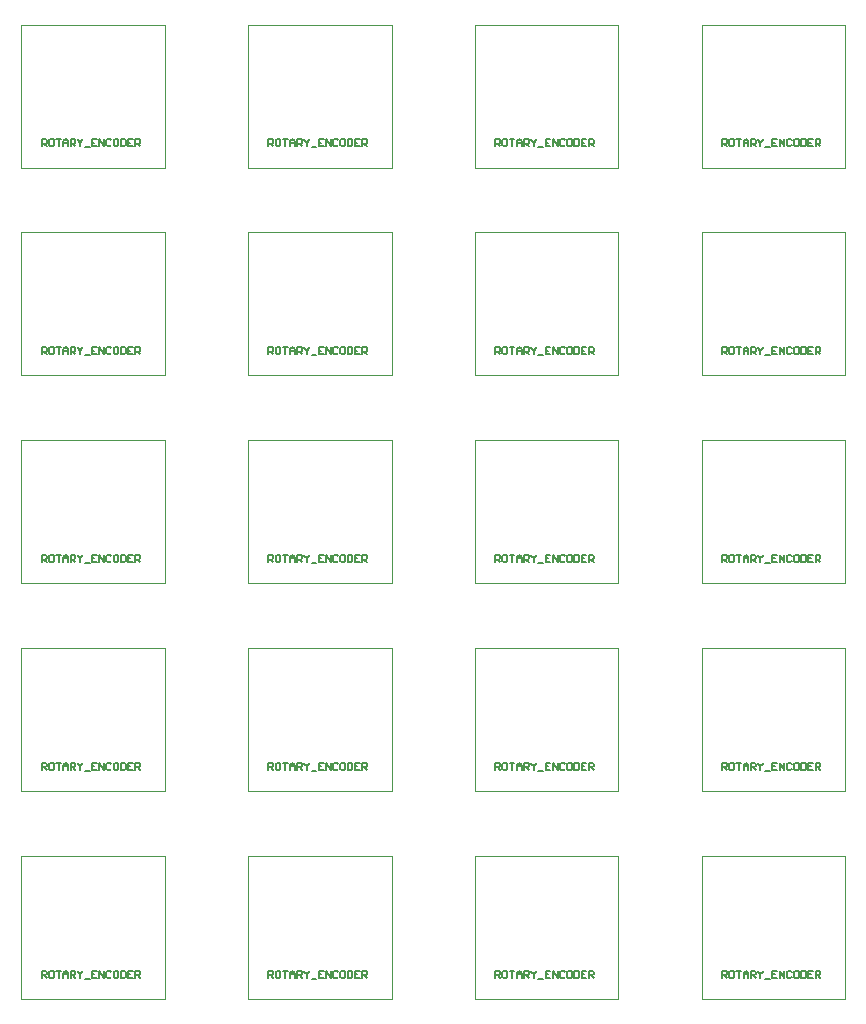
<source format=gbr>
%TF.GenerationSoftware,Altium Limited,Altium Designer,20.1.8 (145)*%
G04 Layer_Color=65535*
%FSLAX45Y45*%
%MOMM*%
%TF.SameCoordinates,0AB19B83-9B04-4470-A1CB-4E81E99A1085*%
%TF.FilePolarity,Positive*%
%TF.FileFunction,Legend,Top*%
%TF.Part,CustomerPanel*%
G01*
G75*
%TA.AperFunction,NonConductor*%
%ADD33C,0.10160*%
%ADD36C,0.12700*%
D33*
X1248360Y895500D02*
Y2105500D01*
X2463750D01*
X1248360Y895500D02*
X2463750D01*
Y2105500D01*
X3168360Y895500D02*
Y2105500D01*
X4383750D01*
X3168360Y895500D02*
X4383750D01*
Y2105500D01*
X5088360Y895500D02*
Y2105500D01*
X6303750D01*
X5088360Y895500D02*
X6303750D01*
Y2105500D01*
X7008360Y895500D02*
Y2105500D01*
X8223750D01*
X7008360Y895500D02*
X8223750D01*
Y2105500D01*
X1248360Y2655500D02*
Y3865500D01*
X2463750D01*
X1248360Y2655500D02*
X2463750D01*
Y3865500D01*
X3168360Y2655500D02*
Y3865500D01*
X4383750D01*
X3168360Y2655500D02*
X4383750D01*
Y3865500D01*
X5088360Y2655500D02*
Y3865500D01*
X6303750D01*
X5088360Y2655500D02*
X6303750D01*
Y3865500D01*
X7008360Y2655500D02*
Y3865500D01*
X8223750D01*
X7008360Y2655500D02*
X8223750D01*
Y3865500D01*
X1248360Y4415500D02*
Y5625500D01*
X2463750D01*
X1248360Y4415500D02*
X2463750D01*
Y5625500D01*
X3168360Y4415500D02*
Y5625500D01*
X4383750D01*
X3168360Y4415500D02*
X4383750D01*
Y5625500D01*
X5088360Y4415500D02*
Y5625500D01*
X6303750D01*
X5088360Y4415500D02*
X6303750D01*
Y5625500D01*
X7008360Y4415500D02*
Y5625500D01*
X8223750D01*
X7008360Y4415500D02*
X8223750D01*
Y5625500D01*
X1248360Y6175500D02*
Y7385500D01*
X2463750D01*
X1248360Y6175500D02*
X2463750D01*
Y7385500D01*
X3168360Y6175500D02*
Y7385500D01*
X4383750D01*
X3168360Y6175500D02*
X4383750D01*
Y7385500D01*
X5088360Y6175500D02*
Y7385500D01*
X6303750D01*
X5088360Y6175500D02*
X6303750D01*
Y7385500D01*
X7008360Y6175500D02*
Y7385500D01*
X8223750D01*
X7008360Y6175500D02*
X8223750D01*
Y7385500D01*
X1248360Y7935500D02*
Y9145500D01*
X2463750D01*
X1248360Y7935500D02*
X2463750D01*
Y9145500D01*
X3168360Y7935500D02*
Y9145500D01*
X4383750D01*
X3168360Y7935500D02*
X4383750D01*
Y9145500D01*
X5088360Y7935500D02*
Y9145500D01*
X6303750D01*
X5088360Y7935500D02*
X6303750D01*
Y9145500D01*
X7008360Y7935500D02*
Y9145500D01*
X8223750D01*
X7008360Y7935500D02*
X8223750D01*
Y9145500D01*
D36*
X1421718Y1075651D02*
Y1136591D01*
X1452188D01*
X1462345Y1126435D01*
Y1106121D01*
X1452188Y1095965D01*
X1421718D01*
X1442031D02*
X1462345Y1075651D01*
X1513128Y1136591D02*
X1492815D01*
X1482658Y1126435D01*
Y1085808D01*
X1492815Y1075651D01*
X1513128D01*
X1523285Y1085808D01*
Y1126435D01*
X1513128Y1136591D01*
X1543598D02*
X1584225D01*
X1563912D01*
Y1075651D01*
X1604539D02*
Y1116278D01*
X1624852Y1136591D01*
X1645165Y1116278D01*
Y1075651D01*
Y1106121D01*
X1604539D01*
X1665479Y1075651D02*
Y1136591D01*
X1695949D01*
X1706106Y1126435D01*
Y1106121D01*
X1695949Y1095965D01*
X1665479D01*
X1685792D02*
X1706106Y1075651D01*
X1726419Y1136591D02*
Y1126435D01*
X1746732Y1106121D01*
X1767046Y1126435D01*
Y1136591D01*
X1746732Y1106121D02*
Y1075651D01*
X1787359Y1065494D02*
X1827986D01*
X1888926Y1136591D02*
X1848299D01*
Y1075651D01*
X1888926D01*
X1848299Y1106121D02*
X1868613D01*
X1909240Y1075651D02*
Y1136591D01*
X1949866Y1075651D01*
Y1136591D01*
X2010806Y1126435D02*
X2000650Y1136591D01*
X1980336D01*
X1970180Y1126435D01*
Y1085808D01*
X1980336Y1075651D01*
X2000650D01*
X2010806Y1085808D01*
X2061590Y1136591D02*
X2041277D01*
X2031120Y1126435D01*
Y1085808D01*
X2041277Y1075651D01*
X2061590D01*
X2071747Y1085808D01*
Y1126435D01*
X2061590Y1136591D01*
X2092060D02*
Y1075651D01*
X2122530D01*
X2132687Y1085808D01*
Y1126435D01*
X2122530Y1136591D01*
X2092060D01*
X2193627D02*
X2153000D01*
Y1075651D01*
X2193627D01*
X2153000Y1106121D02*
X2173314D01*
X2213940Y1075651D02*
Y1136591D01*
X2244411D01*
X2254567Y1126435D01*
Y1106121D01*
X2244411Y1095965D01*
X2213940D01*
X2234254D02*
X2254567Y1075651D01*
X3341718D02*
Y1136591D01*
X3372188D01*
X3382345Y1126435D01*
Y1106121D01*
X3372188Y1095965D01*
X3341718D01*
X3362031D02*
X3382345Y1075651D01*
X3433128Y1136591D02*
X3412815D01*
X3402658Y1126435D01*
Y1085808D01*
X3412815Y1075651D01*
X3433128D01*
X3443285Y1085808D01*
Y1126435D01*
X3433128Y1136591D01*
X3463598D02*
X3504225D01*
X3483912D01*
Y1075651D01*
X3524539D02*
Y1116278D01*
X3544852Y1136591D01*
X3565165Y1116278D01*
Y1075651D01*
Y1106121D01*
X3524539D01*
X3585479Y1075651D02*
Y1136591D01*
X3615949D01*
X3626106Y1126435D01*
Y1106121D01*
X3615949Y1095965D01*
X3585479D01*
X3605792D02*
X3626106Y1075651D01*
X3646419Y1136591D02*
Y1126435D01*
X3666732Y1106121D01*
X3687046Y1126435D01*
Y1136591D01*
X3666732Y1106121D02*
Y1075651D01*
X3707359Y1065494D02*
X3747986D01*
X3808926Y1136591D02*
X3768299D01*
Y1075651D01*
X3808926D01*
X3768299Y1106121D02*
X3788613D01*
X3829239Y1075651D02*
Y1136591D01*
X3869866Y1075651D01*
Y1136591D01*
X3930806Y1126435D02*
X3920650Y1136591D01*
X3900336D01*
X3890180Y1126435D01*
Y1085808D01*
X3900336Y1075651D01*
X3920650D01*
X3930806Y1085808D01*
X3981590Y1136591D02*
X3961277D01*
X3951120Y1126435D01*
Y1085808D01*
X3961277Y1075651D01*
X3981590D01*
X3991747Y1085808D01*
Y1126435D01*
X3981590Y1136591D01*
X4012060D02*
Y1075651D01*
X4042530D01*
X4052687Y1085808D01*
Y1126435D01*
X4042530Y1136591D01*
X4012060D01*
X4113627D02*
X4073000D01*
Y1075651D01*
X4113627D01*
X4073000Y1106121D02*
X4093314D01*
X4133940Y1075651D02*
Y1136591D01*
X4164411D01*
X4174567Y1126435D01*
Y1106121D01*
X4164411Y1095965D01*
X4133940D01*
X4154254D02*
X4174567Y1075651D01*
X5261718D02*
Y1136591D01*
X5292188D01*
X5302345Y1126435D01*
Y1106121D01*
X5292188Y1095965D01*
X5261718D01*
X5282031D02*
X5302345Y1075651D01*
X5353128Y1136591D02*
X5332815D01*
X5322658Y1126435D01*
Y1085808D01*
X5332815Y1075651D01*
X5353128D01*
X5363285Y1085808D01*
Y1126435D01*
X5353128Y1136591D01*
X5383598D02*
X5424225D01*
X5403912D01*
Y1075651D01*
X5444539D02*
Y1116278D01*
X5464852Y1136591D01*
X5485165Y1116278D01*
Y1075651D01*
Y1106121D01*
X5444539D01*
X5505479Y1075651D02*
Y1136591D01*
X5535949D01*
X5546105Y1126435D01*
Y1106121D01*
X5535949Y1095965D01*
X5505479D01*
X5525792D02*
X5546105Y1075651D01*
X5566419Y1136591D02*
Y1126435D01*
X5586732Y1106121D01*
X5607046Y1126435D01*
Y1136591D01*
X5586732Y1106121D02*
Y1075651D01*
X5627359Y1065494D02*
X5667986D01*
X5728926Y1136591D02*
X5688299D01*
Y1075651D01*
X5728926D01*
X5688299Y1106121D02*
X5708613D01*
X5749239Y1075651D02*
Y1136591D01*
X5789866Y1075651D01*
Y1136591D01*
X5850806Y1126435D02*
X5840650Y1136591D01*
X5820336D01*
X5810180Y1126435D01*
Y1085808D01*
X5820336Y1075651D01*
X5840650D01*
X5850806Y1085808D01*
X5901590Y1136591D02*
X5881277D01*
X5871120Y1126435D01*
Y1085808D01*
X5881277Y1075651D01*
X5901590D01*
X5911747Y1085808D01*
Y1126435D01*
X5901590Y1136591D01*
X5932060D02*
Y1075651D01*
X5962530D01*
X5972687Y1085808D01*
Y1126435D01*
X5962530Y1136591D01*
X5932060D01*
X6033627D02*
X5993000D01*
Y1075651D01*
X6033627D01*
X5993000Y1106121D02*
X6013314D01*
X6053940Y1075651D02*
Y1136591D01*
X6084410D01*
X6094567Y1126435D01*
Y1106121D01*
X6084410Y1095965D01*
X6053940D01*
X6074254D02*
X6094567Y1075651D01*
X7181718D02*
Y1136591D01*
X7212188D01*
X7222345Y1126435D01*
Y1106121D01*
X7212188Y1095965D01*
X7181718D01*
X7202031D02*
X7222345Y1075651D01*
X7273128Y1136591D02*
X7252815D01*
X7242658Y1126435D01*
Y1085808D01*
X7252815Y1075651D01*
X7273128D01*
X7283285Y1085808D01*
Y1126435D01*
X7273128Y1136591D01*
X7303598D02*
X7344225D01*
X7323912D01*
Y1075651D01*
X7364538D02*
Y1116278D01*
X7384852Y1136591D01*
X7405165Y1116278D01*
Y1075651D01*
Y1106121D01*
X7364538D01*
X7425479Y1075651D02*
Y1136591D01*
X7455949D01*
X7466105Y1126435D01*
Y1106121D01*
X7455949Y1095965D01*
X7425479D01*
X7445792D02*
X7466105Y1075651D01*
X7486419Y1136591D02*
Y1126435D01*
X7506732Y1106121D01*
X7527046Y1126435D01*
Y1136591D01*
X7506732Y1106121D02*
Y1075651D01*
X7547359Y1065494D02*
X7587986D01*
X7648926Y1136591D02*
X7608299D01*
Y1075651D01*
X7648926D01*
X7608299Y1106121D02*
X7628613D01*
X7669239Y1075651D02*
Y1136591D01*
X7709866Y1075651D01*
Y1136591D01*
X7770806Y1126435D02*
X7760650Y1136591D01*
X7740336D01*
X7730180Y1126435D01*
Y1085808D01*
X7740336Y1075651D01*
X7760650D01*
X7770806Y1085808D01*
X7821590Y1136591D02*
X7801276D01*
X7791120Y1126435D01*
Y1085808D01*
X7801276Y1075651D01*
X7821590D01*
X7831747Y1085808D01*
Y1126435D01*
X7821590Y1136591D01*
X7852060D02*
Y1075651D01*
X7882530D01*
X7892687Y1085808D01*
Y1126435D01*
X7882530Y1136591D01*
X7852060D01*
X7953627D02*
X7913000D01*
Y1075651D01*
X7953627D01*
X7913000Y1106121D02*
X7933314D01*
X7973940Y1075651D02*
Y1136591D01*
X8004410D01*
X8014567Y1126435D01*
Y1106121D01*
X8004410Y1095965D01*
X7973940D01*
X7994254D02*
X8014567Y1075651D01*
X1421718Y2835651D02*
Y2896591D01*
X1452188D01*
X1462345Y2886435D01*
Y2866121D01*
X1452188Y2855965D01*
X1421718D01*
X1442031D02*
X1462345Y2835651D01*
X1513128Y2896591D02*
X1492815D01*
X1482658Y2886435D01*
Y2845808D01*
X1492815Y2835651D01*
X1513128D01*
X1523285Y2845808D01*
Y2886435D01*
X1513128Y2896591D01*
X1543598D02*
X1584225D01*
X1563912D01*
Y2835651D01*
X1604539D02*
Y2876278D01*
X1624852Y2896591D01*
X1645165Y2876278D01*
Y2835651D01*
Y2866121D01*
X1604539D01*
X1665479Y2835651D02*
Y2896591D01*
X1695949D01*
X1706106Y2886435D01*
Y2866121D01*
X1695949Y2855965D01*
X1665479D01*
X1685792D02*
X1706106Y2835651D01*
X1726419Y2896591D02*
Y2886435D01*
X1746732Y2866121D01*
X1767046Y2886435D01*
Y2896591D01*
X1746732Y2866121D02*
Y2835651D01*
X1787359Y2825494D02*
X1827986D01*
X1888926Y2896591D02*
X1848299D01*
Y2835651D01*
X1888926D01*
X1848299Y2866121D02*
X1868613D01*
X1909240Y2835651D02*
Y2896591D01*
X1949866Y2835651D01*
Y2896591D01*
X2010806Y2886435D02*
X2000650Y2896591D01*
X1980336D01*
X1970180Y2886435D01*
Y2845808D01*
X1980336Y2835651D01*
X2000650D01*
X2010806Y2845808D01*
X2061590Y2896591D02*
X2041277D01*
X2031120Y2886435D01*
Y2845808D01*
X2041277Y2835651D01*
X2061590D01*
X2071747Y2845808D01*
Y2886435D01*
X2061590Y2896591D01*
X2092060D02*
Y2835651D01*
X2122530D01*
X2132687Y2845808D01*
Y2886435D01*
X2122530Y2896591D01*
X2092060D01*
X2193627D02*
X2153000D01*
Y2835651D01*
X2193627D01*
X2153000Y2866121D02*
X2173314D01*
X2213940Y2835651D02*
Y2896591D01*
X2244411D01*
X2254567Y2886435D01*
Y2866121D01*
X2244411Y2855965D01*
X2213940D01*
X2234254D02*
X2254567Y2835651D01*
X3341718D02*
Y2896591D01*
X3372188D01*
X3382345Y2886435D01*
Y2866121D01*
X3372188Y2855965D01*
X3341718D01*
X3362031D02*
X3382345Y2835651D01*
X3433128Y2896591D02*
X3412815D01*
X3402658Y2886435D01*
Y2845808D01*
X3412815Y2835651D01*
X3433128D01*
X3443285Y2845808D01*
Y2886435D01*
X3433128Y2896591D01*
X3463598D02*
X3504225D01*
X3483912D01*
Y2835651D01*
X3524539D02*
Y2876278D01*
X3544852Y2896591D01*
X3565165Y2876278D01*
Y2835651D01*
Y2866121D01*
X3524539D01*
X3585479Y2835651D02*
Y2896591D01*
X3615949D01*
X3626106Y2886435D01*
Y2866121D01*
X3615949Y2855965D01*
X3585479D01*
X3605792D02*
X3626106Y2835651D01*
X3646419Y2896591D02*
Y2886435D01*
X3666732Y2866121D01*
X3687046Y2886435D01*
Y2896591D01*
X3666732Y2866121D02*
Y2835651D01*
X3707359Y2825494D02*
X3747986D01*
X3808926Y2896591D02*
X3768299D01*
Y2835651D01*
X3808926D01*
X3768299Y2866121D02*
X3788613D01*
X3829239Y2835651D02*
Y2896591D01*
X3869866Y2835651D01*
Y2896591D01*
X3930806Y2886435D02*
X3920650Y2896591D01*
X3900336D01*
X3890180Y2886435D01*
Y2845808D01*
X3900336Y2835651D01*
X3920650D01*
X3930806Y2845808D01*
X3981590Y2896591D02*
X3961277D01*
X3951120Y2886435D01*
Y2845808D01*
X3961277Y2835651D01*
X3981590D01*
X3991747Y2845808D01*
Y2886435D01*
X3981590Y2896591D01*
X4012060D02*
Y2835651D01*
X4042530D01*
X4052687Y2845808D01*
Y2886435D01*
X4042530Y2896591D01*
X4012060D01*
X4113627D02*
X4073000D01*
Y2835651D01*
X4113627D01*
X4073000Y2866121D02*
X4093314D01*
X4133940Y2835651D02*
Y2896591D01*
X4164411D01*
X4174567Y2886435D01*
Y2866121D01*
X4164411Y2855965D01*
X4133940D01*
X4154254D02*
X4174567Y2835651D01*
X5261718D02*
Y2896591D01*
X5292188D01*
X5302345Y2886435D01*
Y2866121D01*
X5292188Y2855965D01*
X5261718D01*
X5282031D02*
X5302345Y2835651D01*
X5353128Y2896591D02*
X5332815D01*
X5322658Y2886435D01*
Y2845808D01*
X5332815Y2835651D01*
X5353128D01*
X5363285Y2845808D01*
Y2886435D01*
X5353128Y2896591D01*
X5383598D02*
X5424225D01*
X5403912D01*
Y2835651D01*
X5444539D02*
Y2876278D01*
X5464852Y2896591D01*
X5485165Y2876278D01*
Y2835651D01*
Y2866121D01*
X5444539D01*
X5505479Y2835651D02*
Y2896591D01*
X5535949D01*
X5546105Y2886435D01*
Y2866121D01*
X5535949Y2855965D01*
X5505479D01*
X5525792D02*
X5546105Y2835651D01*
X5566419Y2896591D02*
Y2886435D01*
X5586732Y2866121D01*
X5607046Y2886435D01*
Y2896591D01*
X5586732Y2866121D02*
Y2835651D01*
X5627359Y2825494D02*
X5667986D01*
X5728926Y2896591D02*
X5688299D01*
Y2835651D01*
X5728926D01*
X5688299Y2866121D02*
X5708613D01*
X5749239Y2835651D02*
Y2896591D01*
X5789866Y2835651D01*
Y2896591D01*
X5850806Y2886435D02*
X5840650Y2896591D01*
X5820336D01*
X5810180Y2886435D01*
Y2845808D01*
X5820336Y2835651D01*
X5840650D01*
X5850806Y2845808D01*
X5901590Y2896591D02*
X5881277D01*
X5871120Y2886435D01*
Y2845808D01*
X5881277Y2835651D01*
X5901590D01*
X5911747Y2845808D01*
Y2886435D01*
X5901590Y2896591D01*
X5932060D02*
Y2835651D01*
X5962530D01*
X5972687Y2845808D01*
Y2886435D01*
X5962530Y2896591D01*
X5932060D01*
X6033627D02*
X5993000D01*
Y2835651D01*
X6033627D01*
X5993000Y2866121D02*
X6013314D01*
X6053940Y2835651D02*
Y2896591D01*
X6084410D01*
X6094567Y2886435D01*
Y2866121D01*
X6084410Y2855965D01*
X6053940D01*
X6074254D02*
X6094567Y2835651D01*
X7181718D02*
Y2896591D01*
X7212188D01*
X7222345Y2886435D01*
Y2866121D01*
X7212188Y2855965D01*
X7181718D01*
X7202031D02*
X7222345Y2835651D01*
X7273128Y2896591D02*
X7252815D01*
X7242658Y2886435D01*
Y2845808D01*
X7252815Y2835651D01*
X7273128D01*
X7283285Y2845808D01*
Y2886435D01*
X7273128Y2896591D01*
X7303598D02*
X7344225D01*
X7323912D01*
Y2835651D01*
X7364538D02*
Y2876278D01*
X7384852Y2896591D01*
X7405165Y2876278D01*
Y2835651D01*
Y2866121D01*
X7364538D01*
X7425479Y2835651D02*
Y2896591D01*
X7455949D01*
X7466105Y2886435D01*
Y2866121D01*
X7455949Y2855965D01*
X7425479D01*
X7445792D02*
X7466105Y2835651D01*
X7486419Y2896591D02*
Y2886435D01*
X7506732Y2866121D01*
X7527046Y2886435D01*
Y2896591D01*
X7506732Y2866121D02*
Y2835651D01*
X7547359Y2825494D02*
X7587986D01*
X7648926Y2896591D02*
X7608299D01*
Y2835651D01*
X7648926D01*
X7608299Y2866121D02*
X7628613D01*
X7669239Y2835651D02*
Y2896591D01*
X7709866Y2835651D01*
Y2896591D01*
X7770806Y2886435D02*
X7760650Y2896591D01*
X7740336D01*
X7730180Y2886435D01*
Y2845808D01*
X7740336Y2835651D01*
X7760650D01*
X7770806Y2845808D01*
X7821590Y2896591D02*
X7801276D01*
X7791120Y2886435D01*
Y2845808D01*
X7801276Y2835651D01*
X7821590D01*
X7831747Y2845808D01*
Y2886435D01*
X7821590Y2896591D01*
X7852060D02*
Y2835651D01*
X7882530D01*
X7892687Y2845808D01*
Y2886435D01*
X7882530Y2896591D01*
X7852060D01*
X7953627D02*
X7913000D01*
Y2835651D01*
X7953627D01*
X7913000Y2866121D02*
X7933314D01*
X7973940Y2835651D02*
Y2896591D01*
X8004410D01*
X8014567Y2886435D01*
Y2866121D01*
X8004410Y2855965D01*
X7973940D01*
X7994254D02*
X8014567Y2835651D01*
X1421718Y4595651D02*
Y4656591D01*
X1452188D01*
X1462345Y4646435D01*
Y4626121D01*
X1452188Y4615965D01*
X1421718D01*
X1442031D02*
X1462345Y4595651D01*
X1513128Y4656591D02*
X1492815D01*
X1482658Y4646435D01*
Y4605808D01*
X1492815Y4595651D01*
X1513128D01*
X1523285Y4605808D01*
Y4646435D01*
X1513128Y4656591D01*
X1543598D02*
X1584225D01*
X1563912D01*
Y4595651D01*
X1604539D02*
Y4636278D01*
X1624852Y4656591D01*
X1645165Y4636278D01*
Y4595651D01*
Y4626121D01*
X1604539D01*
X1665479Y4595651D02*
Y4656591D01*
X1695949D01*
X1706106Y4646435D01*
Y4626121D01*
X1695949Y4615965D01*
X1665479D01*
X1685792D02*
X1706106Y4595651D01*
X1726419Y4656591D02*
Y4646435D01*
X1746732Y4626121D01*
X1767046Y4646435D01*
Y4656591D01*
X1746732Y4626121D02*
Y4595651D01*
X1787359Y4585495D02*
X1827986D01*
X1888926Y4656591D02*
X1848299D01*
Y4595651D01*
X1888926D01*
X1848299Y4626121D02*
X1868613D01*
X1909240Y4595651D02*
Y4656591D01*
X1949866Y4595651D01*
Y4656591D01*
X2010806Y4646435D02*
X2000650Y4656591D01*
X1980336D01*
X1970180Y4646435D01*
Y4605808D01*
X1980336Y4595651D01*
X2000650D01*
X2010806Y4605808D01*
X2061590Y4656591D02*
X2041277D01*
X2031120Y4646435D01*
Y4605808D01*
X2041277Y4595651D01*
X2061590D01*
X2071747Y4605808D01*
Y4646435D01*
X2061590Y4656591D01*
X2092060D02*
Y4595651D01*
X2122530D01*
X2132687Y4605808D01*
Y4646435D01*
X2122530Y4656591D01*
X2092060D01*
X2193627D02*
X2153000D01*
Y4595651D01*
X2193627D01*
X2153000Y4626121D02*
X2173314D01*
X2213940Y4595651D02*
Y4656591D01*
X2244411D01*
X2254567Y4646435D01*
Y4626121D01*
X2244411Y4615965D01*
X2213940D01*
X2234254D02*
X2254567Y4595651D01*
X3341718D02*
Y4656591D01*
X3372188D01*
X3382345Y4646435D01*
Y4626121D01*
X3372188Y4615965D01*
X3341718D01*
X3362031D02*
X3382345Y4595651D01*
X3433128Y4656591D02*
X3412815D01*
X3402658Y4646435D01*
Y4605808D01*
X3412815Y4595651D01*
X3433128D01*
X3443285Y4605808D01*
Y4646435D01*
X3433128Y4656591D01*
X3463598D02*
X3504225D01*
X3483912D01*
Y4595651D01*
X3524539D02*
Y4636278D01*
X3544852Y4656591D01*
X3565165Y4636278D01*
Y4595651D01*
Y4626121D01*
X3524539D01*
X3585479Y4595651D02*
Y4656591D01*
X3615949D01*
X3626106Y4646435D01*
Y4626121D01*
X3615949Y4615965D01*
X3585479D01*
X3605792D02*
X3626106Y4595651D01*
X3646419Y4656591D02*
Y4646435D01*
X3666732Y4626121D01*
X3687046Y4646435D01*
Y4656591D01*
X3666732Y4626121D02*
Y4595651D01*
X3707359Y4585495D02*
X3747986D01*
X3808926Y4656591D02*
X3768299D01*
Y4595651D01*
X3808926D01*
X3768299Y4626121D02*
X3788613D01*
X3829239Y4595651D02*
Y4656591D01*
X3869866Y4595651D01*
Y4656591D01*
X3930806Y4646435D02*
X3920650Y4656591D01*
X3900336D01*
X3890180Y4646435D01*
Y4605808D01*
X3900336Y4595651D01*
X3920650D01*
X3930806Y4605808D01*
X3981590Y4656591D02*
X3961277D01*
X3951120Y4646435D01*
Y4605808D01*
X3961277Y4595651D01*
X3981590D01*
X3991747Y4605808D01*
Y4646435D01*
X3981590Y4656591D01*
X4012060D02*
Y4595651D01*
X4042530D01*
X4052687Y4605808D01*
Y4646435D01*
X4042530Y4656591D01*
X4012060D01*
X4113627D02*
X4073000D01*
Y4595651D01*
X4113627D01*
X4073000Y4626121D02*
X4093314D01*
X4133940Y4595651D02*
Y4656591D01*
X4164411D01*
X4174567Y4646435D01*
Y4626121D01*
X4164411Y4615965D01*
X4133940D01*
X4154254D02*
X4174567Y4595651D01*
X5261718D02*
Y4656591D01*
X5292188D01*
X5302345Y4646435D01*
Y4626121D01*
X5292188Y4615965D01*
X5261718D01*
X5282031D02*
X5302345Y4595651D01*
X5353128Y4656591D02*
X5332815D01*
X5322658Y4646435D01*
Y4605808D01*
X5332815Y4595651D01*
X5353128D01*
X5363285Y4605808D01*
Y4646435D01*
X5353128Y4656591D01*
X5383598D02*
X5424225D01*
X5403912D01*
Y4595651D01*
X5444539D02*
Y4636278D01*
X5464852Y4656591D01*
X5485165Y4636278D01*
Y4595651D01*
Y4626121D01*
X5444539D01*
X5505479Y4595651D02*
Y4656591D01*
X5535949D01*
X5546105Y4646435D01*
Y4626121D01*
X5535949Y4615965D01*
X5505479D01*
X5525792D02*
X5546105Y4595651D01*
X5566419Y4656591D02*
Y4646435D01*
X5586732Y4626121D01*
X5607046Y4646435D01*
Y4656591D01*
X5586732Y4626121D02*
Y4595651D01*
X5627359Y4585495D02*
X5667986D01*
X5728926Y4656591D02*
X5688299D01*
Y4595651D01*
X5728926D01*
X5688299Y4626121D02*
X5708613D01*
X5749239Y4595651D02*
Y4656591D01*
X5789866Y4595651D01*
Y4656591D01*
X5850806Y4646435D02*
X5840650Y4656591D01*
X5820336D01*
X5810180Y4646435D01*
Y4605808D01*
X5820336Y4595651D01*
X5840650D01*
X5850806Y4605808D01*
X5901590Y4656591D02*
X5881277D01*
X5871120Y4646435D01*
Y4605808D01*
X5881277Y4595651D01*
X5901590D01*
X5911747Y4605808D01*
Y4646435D01*
X5901590Y4656591D01*
X5932060D02*
Y4595651D01*
X5962530D01*
X5972687Y4605808D01*
Y4646435D01*
X5962530Y4656591D01*
X5932060D01*
X6033627D02*
X5993000D01*
Y4595651D01*
X6033627D01*
X5993000Y4626121D02*
X6013314D01*
X6053940Y4595651D02*
Y4656591D01*
X6084410D01*
X6094567Y4646435D01*
Y4626121D01*
X6084410Y4615965D01*
X6053940D01*
X6074254D02*
X6094567Y4595651D01*
X7181718D02*
Y4656591D01*
X7212188D01*
X7222345Y4646435D01*
Y4626121D01*
X7212188Y4615965D01*
X7181718D01*
X7202031D02*
X7222345Y4595651D01*
X7273128Y4656591D02*
X7252815D01*
X7242658Y4646435D01*
Y4605808D01*
X7252815Y4595651D01*
X7273128D01*
X7283285Y4605808D01*
Y4646435D01*
X7273128Y4656591D01*
X7303598D02*
X7344225D01*
X7323912D01*
Y4595651D01*
X7364538D02*
Y4636278D01*
X7384852Y4656591D01*
X7405165Y4636278D01*
Y4595651D01*
Y4626121D01*
X7364538D01*
X7425479Y4595651D02*
Y4656591D01*
X7455949D01*
X7466105Y4646435D01*
Y4626121D01*
X7455949Y4615965D01*
X7425479D01*
X7445792D02*
X7466105Y4595651D01*
X7486419Y4656591D02*
Y4646435D01*
X7506732Y4626121D01*
X7527046Y4646435D01*
Y4656591D01*
X7506732Y4626121D02*
Y4595651D01*
X7547359Y4585495D02*
X7587986D01*
X7648926Y4656591D02*
X7608299D01*
Y4595651D01*
X7648926D01*
X7608299Y4626121D02*
X7628613D01*
X7669239Y4595651D02*
Y4656591D01*
X7709866Y4595651D01*
Y4656591D01*
X7770806Y4646435D02*
X7760650Y4656591D01*
X7740336D01*
X7730180Y4646435D01*
Y4605808D01*
X7740336Y4595651D01*
X7760650D01*
X7770806Y4605808D01*
X7821590Y4656591D02*
X7801276D01*
X7791120Y4646435D01*
Y4605808D01*
X7801276Y4595651D01*
X7821590D01*
X7831747Y4605808D01*
Y4646435D01*
X7821590Y4656591D01*
X7852060D02*
Y4595651D01*
X7882530D01*
X7892687Y4605808D01*
Y4646435D01*
X7882530Y4656591D01*
X7852060D01*
X7953627D02*
X7913000D01*
Y4595651D01*
X7953627D01*
X7913000Y4626121D02*
X7933314D01*
X7973940Y4595651D02*
Y4656591D01*
X8004410D01*
X8014567Y4646435D01*
Y4626121D01*
X8004410Y4615965D01*
X7973940D01*
X7994254D02*
X8014567Y4595651D01*
X1421718Y6355651D02*
Y6416591D01*
X1452188D01*
X1462345Y6406435D01*
Y6386121D01*
X1452188Y6375965D01*
X1421718D01*
X1442031D02*
X1462345Y6355651D01*
X1513128Y6416591D02*
X1492815D01*
X1482658Y6406435D01*
Y6365808D01*
X1492815Y6355651D01*
X1513128D01*
X1523285Y6365808D01*
Y6406435D01*
X1513128Y6416591D01*
X1543598D02*
X1584225D01*
X1563912D01*
Y6355651D01*
X1604539D02*
Y6396278D01*
X1624852Y6416591D01*
X1645165Y6396278D01*
Y6355651D01*
Y6386121D01*
X1604539D01*
X1665479Y6355651D02*
Y6416591D01*
X1695949D01*
X1706106Y6406435D01*
Y6386121D01*
X1695949Y6375965D01*
X1665479D01*
X1685792D02*
X1706106Y6355651D01*
X1726419Y6416591D02*
Y6406435D01*
X1746732Y6386121D01*
X1767046Y6406435D01*
Y6416591D01*
X1746732Y6386121D02*
Y6355651D01*
X1787359Y6345495D02*
X1827986D01*
X1888926Y6416591D02*
X1848299D01*
Y6355651D01*
X1888926D01*
X1848299Y6386121D02*
X1868613D01*
X1909240Y6355651D02*
Y6416591D01*
X1949866Y6355651D01*
Y6416591D01*
X2010806Y6406435D02*
X2000650Y6416591D01*
X1980336D01*
X1970180Y6406435D01*
Y6365808D01*
X1980336Y6355651D01*
X2000650D01*
X2010806Y6365808D01*
X2061590Y6416591D02*
X2041277D01*
X2031120Y6406435D01*
Y6365808D01*
X2041277Y6355651D01*
X2061590D01*
X2071747Y6365808D01*
Y6406435D01*
X2061590Y6416591D01*
X2092060D02*
Y6355651D01*
X2122530D01*
X2132687Y6365808D01*
Y6406435D01*
X2122530Y6416591D01*
X2092060D01*
X2193627D02*
X2153000D01*
Y6355651D01*
X2193627D01*
X2153000Y6386121D02*
X2173314D01*
X2213940Y6355651D02*
Y6416591D01*
X2244411D01*
X2254567Y6406435D01*
Y6386121D01*
X2244411Y6375965D01*
X2213940D01*
X2234254D02*
X2254567Y6355651D01*
X3341718D02*
Y6416591D01*
X3372188D01*
X3382345Y6406435D01*
Y6386121D01*
X3372188Y6375965D01*
X3341718D01*
X3362031D02*
X3382345Y6355651D01*
X3433128Y6416591D02*
X3412815D01*
X3402658Y6406435D01*
Y6365808D01*
X3412815Y6355651D01*
X3433128D01*
X3443285Y6365808D01*
Y6406435D01*
X3433128Y6416591D01*
X3463598D02*
X3504225D01*
X3483912D01*
Y6355651D01*
X3524539D02*
Y6396278D01*
X3544852Y6416591D01*
X3565165Y6396278D01*
Y6355651D01*
Y6386121D01*
X3524539D01*
X3585479Y6355651D02*
Y6416591D01*
X3615949D01*
X3626106Y6406435D01*
Y6386121D01*
X3615949Y6375965D01*
X3585479D01*
X3605792D02*
X3626106Y6355651D01*
X3646419Y6416591D02*
Y6406435D01*
X3666732Y6386121D01*
X3687046Y6406435D01*
Y6416591D01*
X3666732Y6386121D02*
Y6355651D01*
X3707359Y6345495D02*
X3747986D01*
X3808926Y6416591D02*
X3768299D01*
Y6355651D01*
X3808926D01*
X3768299Y6386121D02*
X3788613D01*
X3829239Y6355651D02*
Y6416591D01*
X3869866Y6355651D01*
Y6416591D01*
X3930806Y6406435D02*
X3920650Y6416591D01*
X3900336D01*
X3890180Y6406435D01*
Y6365808D01*
X3900336Y6355651D01*
X3920650D01*
X3930806Y6365808D01*
X3981590Y6416591D02*
X3961277D01*
X3951120Y6406435D01*
Y6365808D01*
X3961277Y6355651D01*
X3981590D01*
X3991747Y6365808D01*
Y6406435D01*
X3981590Y6416591D01*
X4012060D02*
Y6355651D01*
X4042530D01*
X4052687Y6365808D01*
Y6406435D01*
X4042530Y6416591D01*
X4012060D01*
X4113627D02*
X4073000D01*
Y6355651D01*
X4113627D01*
X4073000Y6386121D02*
X4093314D01*
X4133940Y6355651D02*
Y6416591D01*
X4164411D01*
X4174567Y6406435D01*
Y6386121D01*
X4164411Y6375965D01*
X4133940D01*
X4154254D02*
X4174567Y6355651D01*
X5261718D02*
Y6416591D01*
X5292188D01*
X5302345Y6406435D01*
Y6386121D01*
X5292188Y6375965D01*
X5261718D01*
X5282031D02*
X5302345Y6355651D01*
X5353128Y6416591D02*
X5332815D01*
X5322658Y6406435D01*
Y6365808D01*
X5332815Y6355651D01*
X5353128D01*
X5363285Y6365808D01*
Y6406435D01*
X5353128Y6416591D01*
X5383598D02*
X5424225D01*
X5403912D01*
Y6355651D01*
X5444539D02*
Y6396278D01*
X5464852Y6416591D01*
X5485165Y6396278D01*
Y6355651D01*
Y6386121D01*
X5444539D01*
X5505479Y6355651D02*
Y6416591D01*
X5535949D01*
X5546105Y6406435D01*
Y6386121D01*
X5535949Y6375965D01*
X5505479D01*
X5525792D02*
X5546105Y6355651D01*
X5566419Y6416591D02*
Y6406435D01*
X5586732Y6386121D01*
X5607046Y6406435D01*
Y6416591D01*
X5586732Y6386121D02*
Y6355651D01*
X5627359Y6345495D02*
X5667986D01*
X5728926Y6416591D02*
X5688299D01*
Y6355651D01*
X5728926D01*
X5688299Y6386121D02*
X5708613D01*
X5749239Y6355651D02*
Y6416591D01*
X5789866Y6355651D01*
Y6416591D01*
X5850806Y6406435D02*
X5840650Y6416591D01*
X5820336D01*
X5810180Y6406435D01*
Y6365808D01*
X5820336Y6355651D01*
X5840650D01*
X5850806Y6365808D01*
X5901590Y6416591D02*
X5881277D01*
X5871120Y6406435D01*
Y6365808D01*
X5881277Y6355651D01*
X5901590D01*
X5911747Y6365808D01*
Y6406435D01*
X5901590Y6416591D01*
X5932060D02*
Y6355651D01*
X5962530D01*
X5972687Y6365808D01*
Y6406435D01*
X5962530Y6416591D01*
X5932060D01*
X6033627D02*
X5993000D01*
Y6355651D01*
X6033627D01*
X5993000Y6386121D02*
X6013314D01*
X6053940Y6355651D02*
Y6416591D01*
X6084410D01*
X6094567Y6406435D01*
Y6386121D01*
X6084410Y6375965D01*
X6053940D01*
X6074254D02*
X6094567Y6355651D01*
X7181718D02*
Y6416591D01*
X7212188D01*
X7222345Y6406435D01*
Y6386121D01*
X7212188Y6375965D01*
X7181718D01*
X7202031D02*
X7222345Y6355651D01*
X7273128Y6416591D02*
X7252815D01*
X7242658Y6406435D01*
Y6365808D01*
X7252815Y6355651D01*
X7273128D01*
X7283285Y6365808D01*
Y6406435D01*
X7273128Y6416591D01*
X7303598D02*
X7344225D01*
X7323912D01*
Y6355651D01*
X7364538D02*
Y6396278D01*
X7384852Y6416591D01*
X7405165Y6396278D01*
Y6355651D01*
Y6386121D01*
X7364538D01*
X7425479Y6355651D02*
Y6416591D01*
X7455949D01*
X7466105Y6406435D01*
Y6386121D01*
X7455949Y6375965D01*
X7425479D01*
X7445792D02*
X7466105Y6355651D01*
X7486419Y6416591D02*
Y6406435D01*
X7506732Y6386121D01*
X7527046Y6406435D01*
Y6416591D01*
X7506732Y6386121D02*
Y6355651D01*
X7547359Y6345495D02*
X7587986D01*
X7648926Y6416591D02*
X7608299D01*
Y6355651D01*
X7648926D01*
X7608299Y6386121D02*
X7628613D01*
X7669239Y6355651D02*
Y6416591D01*
X7709866Y6355651D01*
Y6416591D01*
X7770806Y6406435D02*
X7760650Y6416591D01*
X7740336D01*
X7730180Y6406435D01*
Y6365808D01*
X7740336Y6355651D01*
X7760650D01*
X7770806Y6365808D01*
X7821590Y6416591D02*
X7801276D01*
X7791120Y6406435D01*
Y6365808D01*
X7801276Y6355651D01*
X7821590D01*
X7831747Y6365808D01*
Y6406435D01*
X7821590Y6416591D01*
X7852060D02*
Y6355651D01*
X7882530D01*
X7892687Y6365808D01*
Y6406435D01*
X7882530Y6416591D01*
X7852060D01*
X7953627D02*
X7913000D01*
Y6355651D01*
X7953627D01*
X7913000Y6386121D02*
X7933314D01*
X7973940Y6355651D02*
Y6416591D01*
X8004410D01*
X8014567Y6406435D01*
Y6386121D01*
X8004410Y6375965D01*
X7973940D01*
X7994254D02*
X8014567Y6355651D01*
X1421718Y8115651D02*
Y8176591D01*
X1452188D01*
X1462345Y8166435D01*
Y8146121D01*
X1452188Y8135965D01*
X1421718D01*
X1442031D02*
X1462345Y8115651D01*
X1513128Y8176591D02*
X1492815D01*
X1482658Y8166435D01*
Y8125808D01*
X1492815Y8115651D01*
X1513128D01*
X1523285Y8125808D01*
Y8166435D01*
X1513128Y8176591D01*
X1543598D02*
X1584225D01*
X1563912D01*
Y8115651D01*
X1604539D02*
Y8156278D01*
X1624852Y8176591D01*
X1645165Y8156278D01*
Y8115651D01*
Y8146121D01*
X1604539D01*
X1665479Y8115651D02*
Y8176591D01*
X1695949D01*
X1706106Y8166435D01*
Y8146121D01*
X1695949Y8135965D01*
X1665479D01*
X1685792D02*
X1706106Y8115651D01*
X1726419Y8176591D02*
Y8166435D01*
X1746732Y8146121D01*
X1767046Y8166435D01*
Y8176591D01*
X1746732Y8146121D02*
Y8115651D01*
X1787359Y8105495D02*
X1827986D01*
X1888926Y8176591D02*
X1848299D01*
Y8115651D01*
X1888926D01*
X1848299Y8146121D02*
X1868613D01*
X1909240Y8115651D02*
Y8176591D01*
X1949866Y8115651D01*
Y8176591D01*
X2010806Y8166435D02*
X2000650Y8176591D01*
X1980336D01*
X1970180Y8166435D01*
Y8125808D01*
X1980336Y8115651D01*
X2000650D01*
X2010806Y8125808D01*
X2061590Y8176591D02*
X2041277D01*
X2031120Y8166435D01*
Y8125808D01*
X2041277Y8115651D01*
X2061590D01*
X2071747Y8125808D01*
Y8166435D01*
X2061590Y8176591D01*
X2092060D02*
Y8115651D01*
X2122530D01*
X2132687Y8125808D01*
Y8166435D01*
X2122530Y8176591D01*
X2092060D01*
X2193627D02*
X2153000D01*
Y8115651D01*
X2193627D01*
X2153000Y8146121D02*
X2173314D01*
X2213940Y8115651D02*
Y8176591D01*
X2244411D01*
X2254567Y8166435D01*
Y8146121D01*
X2244411Y8135965D01*
X2213940D01*
X2234254D02*
X2254567Y8115651D01*
X3341718D02*
Y8176591D01*
X3372188D01*
X3382345Y8166435D01*
Y8146121D01*
X3372188Y8135965D01*
X3341718D01*
X3362031D02*
X3382345Y8115651D01*
X3433128Y8176591D02*
X3412815D01*
X3402658Y8166435D01*
Y8125808D01*
X3412815Y8115651D01*
X3433128D01*
X3443285Y8125808D01*
Y8166435D01*
X3433128Y8176591D01*
X3463598D02*
X3504225D01*
X3483912D01*
Y8115651D01*
X3524539D02*
Y8156278D01*
X3544852Y8176591D01*
X3565165Y8156278D01*
Y8115651D01*
Y8146121D01*
X3524539D01*
X3585479Y8115651D02*
Y8176591D01*
X3615949D01*
X3626106Y8166435D01*
Y8146121D01*
X3615949Y8135965D01*
X3585479D01*
X3605792D02*
X3626106Y8115651D01*
X3646419Y8176591D02*
Y8166435D01*
X3666732Y8146121D01*
X3687046Y8166435D01*
Y8176591D01*
X3666732Y8146121D02*
Y8115651D01*
X3707359Y8105495D02*
X3747986D01*
X3808926Y8176591D02*
X3768299D01*
Y8115651D01*
X3808926D01*
X3768299Y8146121D02*
X3788613D01*
X3829239Y8115651D02*
Y8176591D01*
X3869866Y8115651D01*
Y8176591D01*
X3930806Y8166435D02*
X3920650Y8176591D01*
X3900336D01*
X3890180Y8166435D01*
Y8125808D01*
X3900336Y8115651D01*
X3920650D01*
X3930806Y8125808D01*
X3981590Y8176591D02*
X3961277D01*
X3951120Y8166435D01*
Y8125808D01*
X3961277Y8115651D01*
X3981590D01*
X3991747Y8125808D01*
Y8166435D01*
X3981590Y8176591D01*
X4012060D02*
Y8115651D01*
X4042530D01*
X4052687Y8125808D01*
Y8166435D01*
X4042530Y8176591D01*
X4012060D01*
X4113627D02*
X4073000D01*
Y8115651D01*
X4113627D01*
X4073000Y8146121D02*
X4093314D01*
X4133940Y8115651D02*
Y8176591D01*
X4164411D01*
X4174567Y8166435D01*
Y8146121D01*
X4164411Y8135965D01*
X4133940D01*
X4154254D02*
X4174567Y8115651D01*
X5261718D02*
Y8176591D01*
X5292188D01*
X5302345Y8166435D01*
Y8146121D01*
X5292188Y8135965D01*
X5261718D01*
X5282031D02*
X5302345Y8115651D01*
X5353128Y8176591D02*
X5332815D01*
X5322658Y8166435D01*
Y8125808D01*
X5332815Y8115651D01*
X5353128D01*
X5363285Y8125808D01*
Y8166435D01*
X5353128Y8176591D01*
X5383598D02*
X5424225D01*
X5403912D01*
Y8115651D01*
X5444539D02*
Y8156278D01*
X5464852Y8176591D01*
X5485165Y8156278D01*
Y8115651D01*
Y8146121D01*
X5444539D01*
X5505479Y8115651D02*
Y8176591D01*
X5535949D01*
X5546105Y8166435D01*
Y8146121D01*
X5535949Y8135965D01*
X5505479D01*
X5525792D02*
X5546105Y8115651D01*
X5566419Y8176591D02*
Y8166435D01*
X5586732Y8146121D01*
X5607046Y8166435D01*
Y8176591D01*
X5586732Y8146121D02*
Y8115651D01*
X5627359Y8105495D02*
X5667986D01*
X5728926Y8176591D02*
X5688299D01*
Y8115651D01*
X5728926D01*
X5688299Y8146121D02*
X5708613D01*
X5749239Y8115651D02*
Y8176591D01*
X5789866Y8115651D01*
Y8176591D01*
X5850806Y8166435D02*
X5840650Y8176591D01*
X5820336D01*
X5810180Y8166435D01*
Y8125808D01*
X5820336Y8115651D01*
X5840650D01*
X5850806Y8125808D01*
X5901590Y8176591D02*
X5881277D01*
X5871120Y8166435D01*
Y8125808D01*
X5881277Y8115651D01*
X5901590D01*
X5911747Y8125808D01*
Y8166435D01*
X5901590Y8176591D01*
X5932060D02*
Y8115651D01*
X5962530D01*
X5972687Y8125808D01*
Y8166435D01*
X5962530Y8176591D01*
X5932060D01*
X6033627D02*
X5993000D01*
Y8115651D01*
X6033627D01*
X5993000Y8146121D02*
X6013314D01*
X6053940Y8115651D02*
Y8176591D01*
X6084410D01*
X6094567Y8166435D01*
Y8146121D01*
X6084410Y8135965D01*
X6053940D01*
X6074254D02*
X6094567Y8115651D01*
X7181718D02*
Y8176591D01*
X7212188D01*
X7222345Y8166435D01*
Y8146121D01*
X7212188Y8135965D01*
X7181718D01*
X7202031D02*
X7222345Y8115651D01*
X7273128Y8176591D02*
X7252815D01*
X7242658Y8166435D01*
Y8125808D01*
X7252815Y8115651D01*
X7273128D01*
X7283285Y8125808D01*
Y8166435D01*
X7273128Y8176591D01*
X7303598D02*
X7344225D01*
X7323912D01*
Y8115651D01*
X7364538D02*
Y8156278D01*
X7384852Y8176591D01*
X7405165Y8156278D01*
Y8115651D01*
Y8146121D01*
X7364538D01*
X7425479Y8115651D02*
Y8176591D01*
X7455949D01*
X7466105Y8166435D01*
Y8146121D01*
X7455949Y8135965D01*
X7425479D01*
X7445792D02*
X7466105Y8115651D01*
X7486419Y8176591D02*
Y8166435D01*
X7506732Y8146121D01*
X7527046Y8166435D01*
Y8176591D01*
X7506732Y8146121D02*
Y8115651D01*
X7547359Y8105495D02*
X7587986D01*
X7648926Y8176591D02*
X7608299D01*
Y8115651D01*
X7648926D01*
X7608299Y8146121D02*
X7628613D01*
X7669239Y8115651D02*
Y8176591D01*
X7709866Y8115651D01*
Y8176591D01*
X7770806Y8166435D02*
X7760650Y8176591D01*
X7740336D01*
X7730180Y8166435D01*
Y8125808D01*
X7740336Y8115651D01*
X7760650D01*
X7770806Y8125808D01*
X7821590Y8176591D02*
X7801276D01*
X7791120Y8166435D01*
Y8125808D01*
X7801276Y8115651D01*
X7821590D01*
X7831747Y8125808D01*
Y8166435D01*
X7821590Y8176591D01*
X7852060D02*
Y8115651D01*
X7882530D01*
X7892687Y8125808D01*
Y8166435D01*
X7882530Y8176591D01*
X7852060D01*
X7953627D02*
X7913000D01*
Y8115651D01*
X7953627D01*
X7913000Y8146121D02*
X7933314D01*
X7973940Y8115651D02*
Y8176591D01*
X8004410D01*
X8014567Y8166435D01*
Y8146121D01*
X8004410Y8135965D01*
X7973940D01*
X7994254D02*
X8014567Y8115651D01*
%TF.MD5,34974cbd84b083cad99631963c8c242e*%
M02*

</source>
